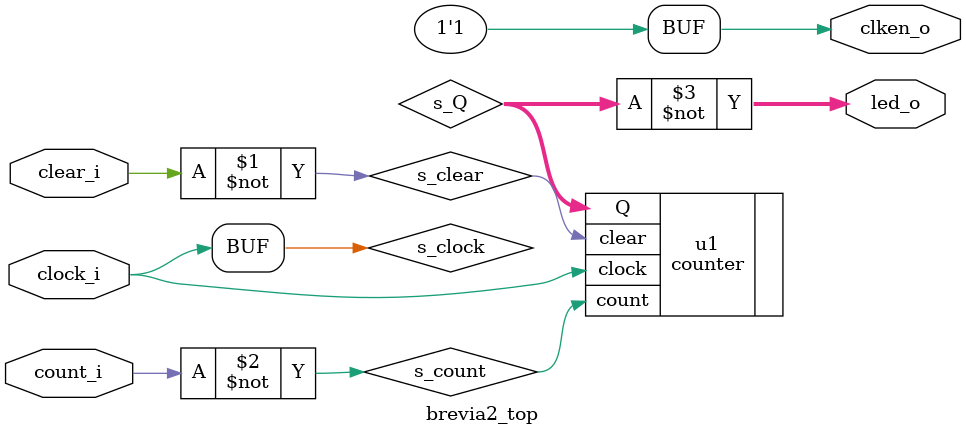
<source format=v>

module brevia2_top (
    clear_i,
    count_i,
    clock_i,
    clken_o,
    led_o
);

input clear_i, count_i, clock_i;
output clken_o; 
output [7:0] led_o;

wire s_clock, s_clear, s_count; 
wire [7:0] s_Q;

counter u1(
    .clock(s_clock),
    .clear(s_clear),
    .count(s_count),
    .Q(s_Q)
);

assign s_clock = clock_i;
assign clken_o = 1;
assign s_clear = ~clear_i;
assign s_count = ~count_i;
assign led_o[7:0] = ~s_Q[7:0];

endmodule

</source>
